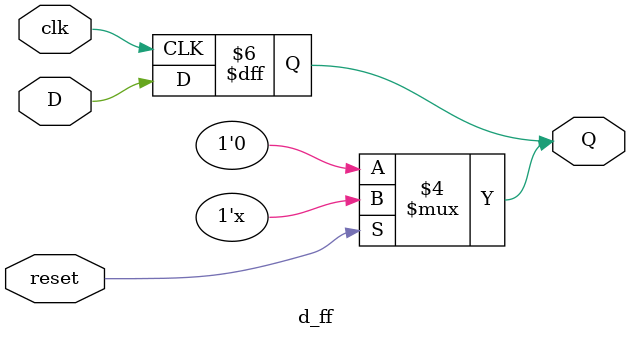
<source format=v>

module d_ff(clk, reset, D, Q);
	input clk, reset, D;
	output reg Q;

	always @(reset) begin
		if(!reset)
			Q <= 0;
	end

	always @(posedge clk) begin
			Q <= D;
			//Q <= #0.01 D;
	end

endmodule

</source>
